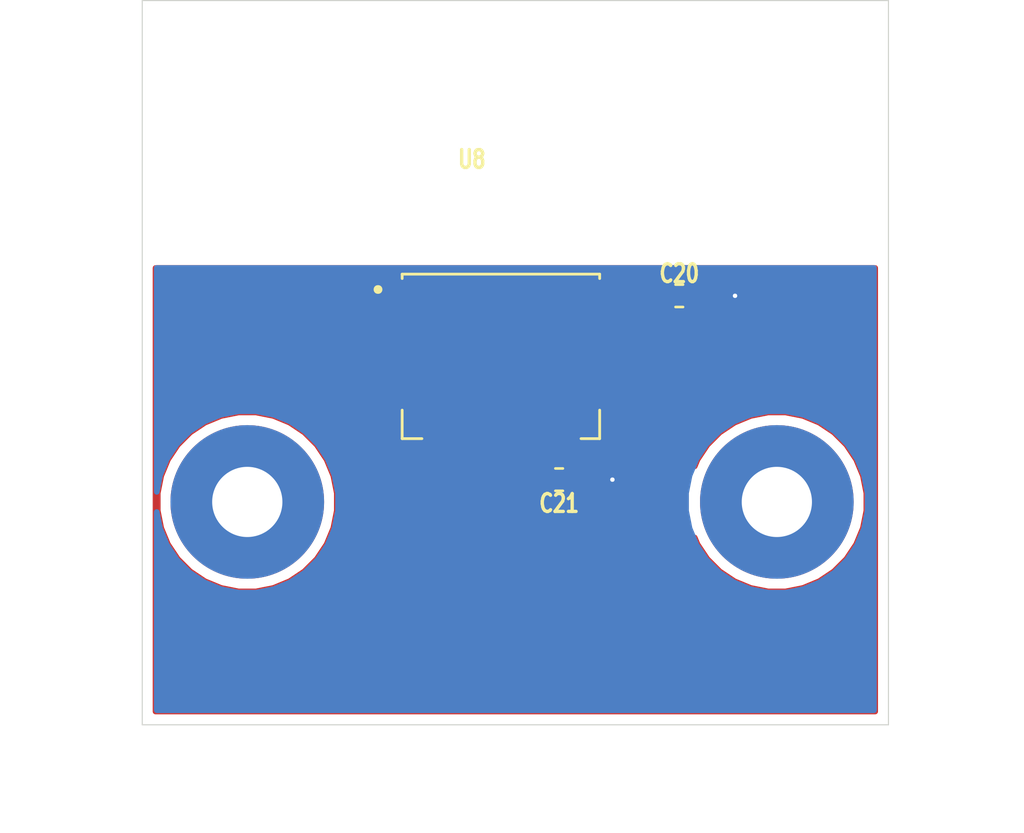
<source format=kicad_pcb>
(kicad_pcb (version 20171130) (host pcbnew "(5.1.6)-1")

  (general
    (thickness 1.6)
    (drawings 4)
    (tracks 29)
    (zones 0)
    (modules 6)
    (nets 14)
  )

  (page A4)
  (layers
    (0 F.Cu signal)
    (1 In1.Cu signal)
    (2 In2.Cu signal)
    (31 B.Cu signal)
    (32 B.Adhes user)
    (33 F.Adhes user)
    (34 B.Paste user)
    (35 F.Paste user)
    (36 B.SilkS user)
    (37 F.SilkS user)
    (38 B.Mask user)
    (39 F.Mask user)
    (40 Dwgs.User user)
    (41 Cmts.User user)
    (42 Eco1.User user)
    (43 Eco2.User user)
    (44 Edge.Cuts user)
    (45 Margin user)
    (46 B.CrtYd user)
    (47 F.CrtYd user)
    (48 B.Fab user)
    (49 F.Fab user)
  )

  (setup
    (last_trace_width 0.1016)
    (user_trace_width 0.1016)
    (user_trace_width 0.254)
    (user_trace_width 0.29337)
    (user_trace_width 0.635)
    (user_trace_width 1.27)
    (trace_clearance 0.1016)
    (zone_clearance 0.508)
    (zone_45_only no)
    (trace_min 0.0889)
    (via_size 0.45)
    (via_drill 0.2)
    (via_min_size 0.44)
    (via_min_drill 0.2)
    (user_via 1 0.5)
    (uvia_size 0.45)
    (uvia_drill 0.1)
    (uvias_allowed no)
    (uvia_min_size 0.2)
    (uvia_min_drill 0.1)
    (edge_width 0.05)
    (segment_width 0.2)
    (pcb_text_width 0.3)
    (pcb_text_size 1.5 1.5)
    (mod_edge_width 0.12)
    (mod_text_size 1 1)
    (mod_text_width 0.15)
    (pad_size 7 7)
    (pad_drill 3.2)
    (pad_to_mask_clearance 0.051)
    (solder_mask_min_width 0.25)
    (aux_axis_origin 0 0)
    (visible_elements 7FFFFFFF)
    (pcbplotparams
      (layerselection 0x010fc_ffffffff)
      (usegerberextensions false)
      (usegerberattributes false)
      (usegerberadvancedattributes false)
      (creategerberjobfile false)
      (excludeedgelayer true)
      (linewidth 0.100000)
      (plotframeref false)
      (viasonmask false)
      (mode 1)
      (useauxorigin false)
      (hpglpennumber 1)
      (hpglpenspeed 20)
      (hpglpendiameter 15.000000)
      (psnegative false)
      (psa4output false)
      (plotreference true)
      (plotvalue true)
      (plotinvisibletext false)
      (padsonsilk false)
      (subtractmaskfromsilk false)
      (outputformat 1)
      (mirror false)
      (drillshape 0)
      (scaleselection 1)
      (outputdirectory "Gerbers/"))
  )

  (net 0 "")
  (net 1 GND)
  (net 2 +3V3)
  (net 3 "Net-(J1-Pad2)")
  (net 4 "Net-(U8-Pad15)")
  (net 5 "Net-(U8-Pad9)")
  (net 6 "Net-(U8-Pad6)")
  (net 7 "Net-(U8-Pad3)")
  (net 8 "Net-(J1-Pad1)")
  (net 9 "Net-(U8-Pad5)")
  (net 10 "Net-(U8-Pad4)")
  (net 11 "Net-(U8-Pad1)")
  (net 12 "Net-(U8-Pad12)")
  (net 13 "Net-(U8-Pad11)")

  (net_class Default "This is the default net class."
    (clearance 0.1016)
    (trace_width 0.1016)
    (via_dia 0.45)
    (via_drill 0.2)
    (uvia_dia 0.45)
    (uvia_drill 0.1)
    (add_net +3V3)
    (add_net GND)
    (add_net "Net-(J1-Pad1)")
    (add_net "Net-(J1-Pad2)")
    (add_net "Net-(U8-Pad1)")
    (add_net "Net-(U8-Pad11)")
    (add_net "Net-(U8-Pad12)")
    (add_net "Net-(U8-Pad15)")
    (add_net "Net-(U8-Pad3)")
    (add_net "Net-(U8-Pad4)")
    (add_net "Net-(U8-Pad5)")
    (add_net "Net-(U8-Pad6)")
    (add_net "Net-(U8-Pad9)")
  )

  (module Encoder:MountingHole_3.2mm_M3_Pad locked (layer F.Cu) (tedit 6088E5E5) (tstamp 606BE4B0)
    (at 145.415 99.822)
    (descr "Mounting Hole 3.2mm, M3")
    (tags "mounting hole 3.2mm m3")
    (attr virtual)
    (fp_text reference REF** (at 0 -4.2) (layer Dwgs.User)
      (effects (font (size 1 1) (thickness 0.15)))
    )
    (fp_text value MountingHole_3.2mm_M3_Pad (at 0 4.2) (layer F.Fab)
      (effects (font (size 1 1) (thickness 0.15)))
    )
    (fp_circle (center 0 0) (end 3.2 0) (layer Cmts.User) (width 0.15))
    (fp_circle (center 0 0) (end 3.45 0) (layer F.CrtYd) (width 0.05))
    (fp_text user %R (at 0.3 0) (layer F.Fab)
      (effects (font (size 1 1) (thickness 0.15)))
    )
    (pad 1 thru_hole circle (at 0 0) (size 7 7) (drill 3.2) (layers *.Cu *.Mask))
  )

  (module Encoder:MountingHole_3.2mm_M3_Pad locked (layer F.Cu) (tedit 6088E5E0) (tstamp 606BE674)
    (at 121.285 99.822)
    (descr "Mounting Hole 3.2mm, M3")
    (tags "mounting hole 3.2mm m3")
    (attr virtual)
    (fp_text reference REF** (at 0 -4.2) (layer Dwgs.User)
      (effects (font (size 1 1) (thickness 0.15)))
    )
    (fp_text value MountingHole_3.2mm_M3_Pad (at 0 4.2) (layer F.Fab)
      (effects (font (size 1 1) (thickness 0.15)))
    )
    (fp_circle (center 0 0) (end 3.2 0) (layer Cmts.User) (width 0.15))
    (fp_circle (center 0 0) (end 3.45 0) (layer F.CrtYd) (width 0.05))
    (fp_text user %R (at 0.3 0) (layer F.Fab)
      (effects (font (size 1 1) (thickness 0.15)))
    )
    (pad 1 thru_hole circle (at 0 0) (size 7 7) (drill 3.2) (layers *.Cu *.Mask))
  )

  (module Encoder:C_0603_1608Metric_Pad1.05x0.95mm_HandSolder (layer F.Cu) (tedit 5F04D287) (tstamp 60894D68)
    (at 135.495 98.806)
    (descr "Capacitor SMD 0603 (1608 Metric), square (rectangular) end terminal, IPC_7351 nominal with elongated pad for handsoldering. (Body size source: http://www.tortai-tech.com/upload/download/2011102023233369053.pdf), generated with kicad-footprint-generator")
    (tags "capacitor handsolder")
    (path /60531985)
    (attr smd)
    (fp_text reference C21 (at 0 1.0795) (layer F.SilkS)
      (effects (font (size 0.8128 0.6096) (thickness 0.1524)))
    )
    (fp_text value 1uF (at 2.794 -0.0635) (layer F.Fab)
      (effects (font (size 1 1) (thickness 0.15)))
    )
    (fp_line (start -0.8 0.4) (end -0.8 -0.4) (layer F.Fab) (width 0.1))
    (fp_line (start -0.8 -0.4) (end 0.8 -0.4) (layer F.Fab) (width 0.1))
    (fp_line (start 0.8 -0.4) (end 0.8 0.4) (layer F.Fab) (width 0.1))
    (fp_line (start 0.8 0.4) (end -0.8 0.4) (layer F.Fab) (width 0.1))
    (fp_line (start -0.171267 -0.51) (end 0.171267 -0.51) (layer F.SilkS) (width 0.12))
    (fp_line (start -0.171267 0.51) (end 0.171267 0.51) (layer F.SilkS) (width 0.12))
    (fp_line (start -1.65 0.73) (end -1.65 -0.73) (layer F.CrtYd) (width 0.05))
    (fp_line (start -1.65 -0.73) (end 1.65 -0.73) (layer F.CrtYd) (width 0.05))
    (fp_line (start 1.65 -0.73) (end 1.65 0.73) (layer F.CrtYd) (width 0.05))
    (fp_line (start 1.65 0.73) (end -1.65 0.73) (layer F.CrtYd) (width 0.05))
    (fp_text user %R (at 0 0) (layer F.Fab)
      (effects (font (size 0.4 0.4) (thickness 0.06)))
    )
    (pad 2 smd roundrect (at 0.875 0) (size 1.05 0.95) (layers F.Cu F.Paste F.Mask) (roundrect_rratio 0.25)
      (net 1 GND))
    (pad 1 smd roundrect (at -0.875 0) (size 1.05 0.95) (layers F.Cu F.Paste F.Mask) (roundrect_rratio 0.25)
      (net 2 +3V3))
    (model "${KIPRJMOD}/../FootPrints/3DModels/CapacitorsSMD/Ceramic CAP0603.stp"
      (at (xyz 0 0 0))
      (scale (xyz 1 1 1))
      (rotate (xyz 0 0 0))
    )
  )

  (module Encoder:SolderWirePad_1x04_SMD_5x10mm_copy (layer F.Cu) (tedit 6016288C) (tstamp 6052D124)
    (at 134.493 103.632)
    (descr "Wire Pad, Square, SMD Pad,  5mm x 10mm,")
    (tags "MesurementPoint Square SMDPad 5mmx10mm ")
    (path /6053225A)
    (attr smd virtual)
    (fp_text reference J1 (at 0 0.2032) (layer Dwgs.User)
      (effects (font (size 1 1) (thickness 0.15)))
    )
    (fp_text value Conn_01x04_Male (at -0.01016 2.84226) (layer F.Fab)
      (effects (font (size 1 1) (thickness 0.15)))
    )
    (pad 1 smd rect (at -3.6 0) (size 1.8 2.5) (layers F.Cu F.Paste F.Mask)
      (net 8 "Net-(J1-Pad1)"))
    (pad 3 smd rect (at 1.2 0) (size 1.8 2.5) (layers F.Cu F.Paste F.Mask)
      (net 1 GND))
    (pad 2 smd rect (at -1.2 0) (size 1.8 2.5) (layers F.Cu F.Paste F.Mask)
      (net 3 "Net-(J1-Pad2)"))
    (pad 4 smd rect (at 3.6 0) (size 1.8 2.5) (layers F.Cu F.Paste F.Mask)
      (net 2 +3V3))
  )

  (module Encoder:C_0603_1608Metric_Pad1.05x0.95mm_HandSolder (layer F.Cu) (tedit 6079DB83) (tstamp 60894E0C)
    (at 140.97 90.424)
    (descr "Capacitor SMD 0603 (1608 Metric), square (rectangular) end terminal, IPC_7351 nominal with elongated pad for handsoldering. (Body size source: http://www.tortai-tech.com/upload/download/2011102023233369053.pdf), generated with kicad-footprint-generator")
    (tags "capacitor handsolder")
    (path /60899ED6)
    (attr smd)
    (fp_text reference C20 (at 0 -1.016) (layer F.SilkS)
      (effects (font (size 0.8128 0.6096) (thickness 0.1524)))
    )
    (fp_text value 10uF (at 0 1.43) (layer F.Fab)
      (effects (font (size 1 1) (thickness 0.15)))
    )
    (fp_line (start -0.8 0.4) (end -0.8 -0.4) (layer F.Fab) (width 0.1))
    (fp_line (start -0.8 -0.4) (end 0.8 -0.4) (layer F.Fab) (width 0.1))
    (fp_line (start 0.8 -0.4) (end 0.8 0.4) (layer F.Fab) (width 0.1))
    (fp_line (start 0.8 0.4) (end -0.8 0.4) (layer F.Fab) (width 0.1))
    (fp_line (start -0.171267 -0.51) (end 0.171267 -0.51) (layer F.SilkS) (width 0.12))
    (fp_line (start -0.171267 0.51) (end 0.171267 0.51) (layer F.SilkS) (width 0.12))
    (fp_line (start -1.65 0.73) (end -1.65 -0.73) (layer F.CrtYd) (width 0.05))
    (fp_line (start -1.65 -0.73) (end 1.65 -0.73) (layer F.CrtYd) (width 0.05))
    (fp_line (start 1.65 -0.73) (end 1.65 0.73) (layer F.CrtYd) (width 0.05))
    (fp_line (start 1.65 0.73) (end -1.65 0.73) (layer F.CrtYd) (width 0.05))
    (fp_text user %R (at 0 0) (layer F.Fab)
      (effects (font (size 0.4 0.4) (thickness 0.06)))
    )
    (pad 1 smd roundrect (at -0.875 0) (size 1.05 0.95) (layers F.Cu F.Paste F.Mask) (roundrect_rratio 0.25)
      (net 2 +3V3))
    (pad 2 smd roundrect (at 0.875 0) (size 1.05 0.95) (layers F.Cu F.Paste F.Mask) (roundrect_rratio 0.25)
      (net 1 GND))
    (model "${KIPRJMOD}/../FootPrints/3DModels/CapacitorsSMD/Ceramic CAP0603.stp"
      (at (xyz 0 0 0))
      (scale (xyz 1 1 1))
      (rotate (xyz 0 0 0))
    )
  )

  (module Encoder:Bluetooth_Module_RN4871 (layer F.Cu) (tedit 6079DB65) (tstamp 60894914)
    (at 132.842 91.186)
    (path /608938A9)
    (fp_text reference U8 (at -1.325 -6.985) (layer F.SilkS)
      (effects (font (size 0.8128 0.6096) (thickness 0.1524)))
    )
    (fp_text value RN4871 (at 0 8.89) (layer F.Fab)
      (effects (font (size 1 1) (thickness 0.015)))
    )
    (fp_line (start -0.2 4.25) (end 3.5 4.25) (layer Dwgs.User) (width 0.01))
    (fp_line (start -4.5 5.75) (end 4.5 5.75) (layer F.Fab) (width 0.127))
    (fp_line (start 4.5 5.75) (end 4.5 -1.75) (layer F.Fab) (width 0.127))
    (fp_line (start 4.5 -1.75) (end 4.5 -5.75) (layer F.Fab) (width 0.127))
    (fp_line (start 4.5 -5.75) (end -4.5 -5.75) (layer F.Fab) (width 0.127))
    (fp_line (start -4.5 -5.75) (end -4.5 -1.75) (layer F.Fab) (width 0.127))
    (fp_line (start -4.5 -1.75) (end -4.5 5.75) (layer F.Fab) (width 0.127))
    (fp_line (start -4.5 -1.75) (end 4.5 -1.75) (layer F.Fab) (width 0.127))
    (fp_poly (pts (xy -3.5 -1.75) (xy -1.5 -1.75) (xy -1.5 1.15) (xy -3.5 1.15)) (layer Dwgs.User) (width 0.01))
    (fp_poly (pts (xy -0.2 -1.3) (xy 3.5 -1.3) (xy 3.5 4.2) (xy -0.2 4.2)) (layer Dwgs.User) (width 0.01))
    (fp_poly (pts (xy -3.5 -1.75) (xy -1.5 -1.75) (xy -1.5 1.15) (xy -3.5 1.15)) (layer Dwgs.User) (width 0.01))
    (fp_poly (pts (xy -0.2 -1.3) (xy 3.5 -1.3) (xy 3.5 4.2) (xy -0.2 4.2)) (layer Dwgs.User) (width 0.01))
    (fp_line (start -4.5 4.45) (end -4.5 5.75) (layer F.SilkS) (width 0.127))
    (fp_line (start -4.5 5.75) (end -3.6 5.75) (layer F.SilkS) (width 0.127))
    (fp_line (start 3.65 5.75) (end 4.5 5.75) (layer F.SilkS) (width 0.127))
    (fp_line (start 4.5 5.75) (end 4.5 4.45) (layer F.SilkS) (width 0.127))
    (fp_line (start 4.5 -1.55) (end 4.5 -1.75) (layer F.SilkS) (width 0.127))
    (fp_line (start 4.5 -1.75) (end -4.5 -1.75) (layer F.SilkS) (width 0.127))
    (fp_line (start -4.5 -1.75) (end -4.5 -1.55) (layer F.SilkS) (width 0.127))
    (fp_circle (center -5.6 -1.05) (end -5.5 -1.05) (layer F.SilkS) (width 0.2))
    (fp_circle (center -5.6 -1.05) (end -5.5 -1.05) (layer F.Fab) (width 0.2))
    (fp_line (start -5.25 -6) (end 5.25 -6) (layer F.CrtYd) (width 0.05))
    (fp_line (start 5.25 -6) (end 5.25 6.5) (layer F.CrtYd) (width 0.05))
    (fp_line (start 5.25 6.5) (end -5.25 6.5) (layer F.CrtYd) (width 0.05))
    (fp_line (start -5.25 6.5) (end -5.25 -6) (layer F.CrtYd) (width 0.05))
    (pad 5 smd rect (at -4.25 3.85) (size 1.5 0.7) (layers F.Cu F.Paste F.Mask)
      (net 9 "Net-(U8-Pad5)"))
    (pad 4 smd rect (at -4.25 2.65) (size 1.5 0.7) (layers F.Cu F.Paste F.Mask)
      (net 10 "Net-(U8-Pad4)"))
    (pad 3 smd rect (at -4.25 1.45) (size 1.5 0.7) (layers F.Cu F.Paste F.Mask)
      (net 7 "Net-(U8-Pad3)"))
    (pad 2 smd rect (at -4.25 0.25) (size 1.5 0.7) (layers F.Cu F.Paste F.Mask)
      (net 1 GND))
    (pad 1 smd rect (at -4.25 -0.95) (size 1.5 0.7) (layers F.Cu F.Paste F.Mask)
      (net 11 "Net-(U8-Pad1)"))
    (pad 12 smd rect (at 4.25 3.85) (size 1.5 0.7) (layers F.Cu F.Paste F.Mask)
      (net 12 "Net-(U8-Pad12)"))
    (pad 13 smd rect (at 4.25 2.65) (size 1.5 0.7) (layers F.Cu F.Paste F.Mask)
      (net 1 GND))
    (pad 14 smd rect (at 4.25 1.45) (size 1.5 0.7) (layers F.Cu F.Paste F.Mask)
      (net 2 +3V3))
    (pad 15 smd rect (at 4.25 0.25) (size 1.5 0.7) (layers F.Cu F.Paste F.Mask)
      (net 4 "Net-(U8-Pad15)"))
    (pad 16 smd rect (at 4.25 -0.95) (size 1.5 0.7) (layers F.Cu F.Paste F.Mask)
      (net 2 +3V3))
    (pad 6 smd rect (at -3 5.5) (size 0.7 1.5) (layers F.Cu F.Paste F.Mask)
      (net 6 "Net-(U8-Pad6)"))
    (pad 7 smd rect (at -1.8 5.5) (size 0.7 1.5) (layers F.Cu F.Paste F.Mask)
      (net 8 "Net-(J1-Pad1)"))
    (pad 8 smd rect (at -0.6 5.5) (size 0.7 1.5) (layers F.Cu F.Paste F.Mask)
      (net 3 "Net-(J1-Pad2)"))
    (pad 9 smd rect (at 0.6 5.5) (size 0.7 1.5) (layers F.Cu F.Paste F.Mask)
      (net 5 "Net-(U8-Pad9)"))
    (pad 10 smd rect (at 1.8 5.5) (size 0.7 1.5) (layers F.Cu F.Paste F.Mask)
      (net 2 +3V3))
    (pad 11 smd rect (at 3 5.5) (size 0.7 1.5) (layers F.Cu F.Paste F.Mask)
      (net 13 "Net-(U8-Pad11)"))
    (model ${KIPRJMOD}/../FootPrints/3DModels/Bluetooth/RN4871.step
      (offset (xyz 0 0 0.5))
      (scale (xyz 1 1 1))
      (rotate (xyz 0 -180 0))
    )
  )

  (gr_line (start 116.5 109.982) (end 116.5 76.962) (layer Edge.Cuts) (width 0.05) (tstamp 6065AB84))
  (gr_line (start 150.5 109.982) (end 116.5 109.982) (layer Edge.Cuts) (width 0.05))
  (gr_line (start 150.5 76.962) (end 150.5 109.982) (layer Edge.Cuts) (width 0.05))
  (gr_line (start 116.5 76.962) (end 150.5 76.962) (layer Edge.Cuts) (width 0.05))

  (segment (start 136.37 98.806) (end 137.922 98.806) (width 0.254) (layer F.Cu) (net 1))
  (via (at 137.922 98.806) (size 0.45) (drill 0.2) (layers F.Cu B.Cu) (net 1))
  (segment (start 141.845 90.424) (end 143.51 90.424) (width 0.254) (layer F.Cu) (net 1))
  (via (at 143.51 90.424) (size 0.45) (drill 0.2) (layers F.Cu B.Cu) (net 1))
  (segment (start 134.62 96.708) (end 134.642 96.686) (width 0.254) (layer F.Cu) (net 2))
  (segment (start 134.62 98.806) (end 134.62 96.708) (width 0.254) (layer F.Cu) (net 2))
  (segment (start 137.092 90.236) (end 138.496 90.236) (width 0.254) (layer F.Cu) (net 2))
  (segment (start 138.496 90.236) (end 138.684 90.424) (width 0.254) (layer F.Cu) (net 2))
  (segment (start 138.093 103.632) (end 138.093 101.517) (width 1.27) (layer F.Cu) (net 2))
  (segment (start 138.093 101.517) (end 137.414 100.838) (width 1.27) (layer F.Cu) (net 2))
  (segment (start 137.414 100.838) (end 135.636 100.838) (width 1.27) (layer F.Cu) (net 2))
  (segment (start 134.62 99.822) (end 134.62 98.806) (width 1.27) (layer F.Cu) (net 2))
  (segment (start 135.636 100.838) (end 134.62 99.822) (width 1.27) (layer F.Cu) (net 2))
  (segment (start 138.093 103.632) (end 139.446 103.632) (width 1.27) (layer F.Cu) (net 2))
  (segment (start 139.446 103.632) (end 140.462 102.616) (width 1.27) (layer F.Cu) (net 2))
  (segment (start 140.462 90.791) (end 140.095 90.424) (width 1.27) (layer F.Cu) (net 2))
  (segment (start 140.462 102.616) (end 140.462 90.791) (width 1.27) (layer F.Cu) (net 2))
  (segment (start 139.192 90.424) (end 138.684 90.932) (width 0.29337) (layer F.Cu) (net 2))
  (segment (start 139.192 90.424) (end 140.095 90.424) (width 0.254) (layer F.Cu) (net 2))
  (segment (start 138.684 90.424) (end 139.192 90.424) (width 0.254) (layer F.Cu) (net 2))
  (segment (start 138.684 90.932) (end 138.684 91.948) (width 0.29337) (layer F.Cu) (net 2))
  (segment (start 137.996 92.636) (end 137.092 92.636) (width 0.29337) (layer F.Cu) (net 2))
  (segment (start 138.684 91.948) (end 137.996 92.636) (width 0.29337) (layer F.Cu) (net 2))
  (segment (start 133.293 103.632) (end 133.293 100.019) (width 0.254) (layer F.Cu) (net 3))
  (segment (start 132.242 98.968) (end 132.242 96.686) (width 0.254) (layer F.Cu) (net 3))
  (segment (start 133.293 100.019) (end 132.242 98.968) (width 0.254) (layer F.Cu) (net 3))
  (segment (start 131.042 96.686) (end 131.042 101.368) (width 0.254) (layer F.Cu) (net 8))
  (segment (start 130.893 101.517) (end 130.893 103.632) (width 0.254) (layer F.Cu) (net 8))
  (segment (start 131.042 101.368) (end 130.893 101.517) (width 0.254) (layer F.Cu) (net 8))

  (zone (net 1) (net_name GND) (layer F.Cu) (tstamp 0) (hatch edge 0.508)
    (connect_pads (clearance 0.45))
    (min_thickness 0.254)
    (fill yes (arc_segments 32) (thermal_gap 0.508) (thermal_bridge_width 0.508))
    (polygon
      (pts
        (xy 153.035 114.935) (xy 114.935 114.935) (xy 114.935 89.027) (xy 153.035 89.027)
      )
    )
    (filled_polygon
      (pts
        (xy 149.898001 109.38) (xy 117.102 109.38) (xy 117.102 99.420451) (xy 117.208 99.420451) (xy 117.208 100.223549)
        (xy 117.364677 101.011217) (xy 117.672009 101.753184) (xy 118.118187 102.420936) (xy 118.686064 102.988813) (xy 119.353816 103.434991)
        (xy 120.095783 103.742323) (xy 120.883451 103.899) (xy 121.686549 103.899) (xy 122.474217 103.742323) (xy 123.216184 103.434991)
        (xy 123.883936 102.988813) (xy 124.451813 102.420936) (xy 124.897991 101.753184) (xy 125.205323 101.011217) (xy 125.362 100.223549)
        (xy 125.362 99.420451) (xy 125.205323 98.632783) (xy 124.897991 97.890816) (xy 124.451813 97.223064) (xy 123.883936 96.655187)
        (xy 123.216184 96.209009) (xy 122.474217 95.901677) (xy 121.686549 95.745) (xy 120.883451 95.745) (xy 120.095783 95.901677)
        (xy 119.353816 96.209009) (xy 118.686064 96.655187) (xy 118.118187 97.223064) (xy 117.672009 97.890816) (xy 117.364677 98.632783)
        (xy 117.208 99.420451) (xy 117.102 99.420451) (xy 117.102 91.786) (xy 127.203928 91.786) (xy 127.216188 91.910482)
        (xy 127.252498 92.03018) (xy 127.293418 92.106734) (xy 127.27335 92.172888) (xy 127.262209 92.286) (xy 127.262209 92.986)
        (xy 127.27335 93.099112) (xy 127.306343 93.207876) (xy 127.321375 93.236) (xy 127.306343 93.264124) (xy 127.27335 93.372888)
        (xy 127.262209 93.486) (xy 127.262209 94.186) (xy 127.27335 94.299112) (xy 127.306343 94.407876) (xy 127.321375 94.436)
        (xy 127.306343 94.464124) (xy 127.27335 94.572888) (xy 127.262209 94.686) (xy 127.262209 95.386) (xy 127.27335 95.499112)
        (xy 127.306343 95.607876) (xy 127.359921 95.708115) (xy 127.432026 95.795974) (xy 127.519885 95.868079) (xy 127.620124 95.921657)
        (xy 127.728888 95.95465) (xy 127.842 95.965791) (xy 128.912209 95.965791) (xy 128.912209 97.436) (xy 128.92335 97.549112)
        (xy 128.956343 97.657876) (xy 129.009921 97.758115) (xy 129.082026 97.845974) (xy 129.169885 97.918079) (xy 129.270124 97.971657)
        (xy 129.378888 98.00465) (xy 129.492 98.015791) (xy 130.192 98.015791) (xy 130.305112 98.00465) (xy 130.338 97.994674)
        (xy 130.338001 101.083547) (xy 130.304813 101.123987) (xy 130.248152 101.229992) (xy 130.239442 101.246288) (xy 130.199187 101.378992)
        (xy 130.185594 101.517) (xy 130.189 101.551581) (xy 130.189 101.802209) (xy 129.993 101.802209) (xy 129.879888 101.81335)
        (xy 129.771124 101.846343) (xy 129.670885 101.899921) (xy 129.583026 101.972026) (xy 129.510921 102.059885) (xy 129.457343 102.160124)
        (xy 129.42435 102.268888) (xy 129.413209 102.382) (xy 129.413209 104.882) (xy 129.42435 104.995112) (xy 129.457343 105.103876)
        (xy 129.510921 105.204115) (xy 129.583026 105.291974) (xy 129.670885 105.364079) (xy 129.771124 105.417657) (xy 129.879888 105.45065)
        (xy 129.993 105.461791) (xy 131.793 105.461791) (xy 131.906112 105.45065) (xy 132.014876 105.417657) (xy 132.093 105.3759)
        (xy 132.171124 105.417657) (xy 132.279888 105.45065) (xy 132.393 105.461791) (xy 134.193 105.461791) (xy 134.306112 105.45065)
        (xy 134.414876 105.417657) (xy 134.432964 105.407989) (xy 134.438506 105.412537) (xy 134.54882 105.471502) (xy 134.668518 105.507812)
        (xy 134.793 105.520072) (xy 135.40725 105.517) (xy 135.566 105.35825) (xy 135.566 103.759) (xy 135.546 103.759)
        (xy 135.546 103.505) (xy 135.566 103.505) (xy 135.566 103.485) (xy 135.82 103.485) (xy 135.82 103.505)
        (xy 135.84 103.505) (xy 135.84 103.759) (xy 135.82 103.759) (xy 135.82 105.35825) (xy 135.97875 105.517)
        (xy 136.593 105.520072) (xy 136.717482 105.507812) (xy 136.83718 105.471502) (xy 136.947494 105.412537) (xy 136.953036 105.407989)
        (xy 136.971124 105.417657) (xy 137.079888 105.45065) (xy 137.193 105.461791) (xy 138.993 105.461791) (xy 139.106112 105.45065)
        (xy 139.214876 105.417657) (xy 139.315115 105.364079) (xy 139.402974 105.291974) (xy 139.475079 105.204115) (xy 139.528657 105.103876)
        (xy 139.56165 104.995112) (xy 139.572791 104.882) (xy 139.572791 104.837376) (xy 139.683593 104.826463) (xy 139.912056 104.75716)
        (xy 140.122609 104.644617) (xy 140.30716 104.49316) (xy 140.345118 104.446908) (xy 141.276914 103.515113) (xy 141.32316 103.47716)
        (xy 141.474617 103.292609) (xy 141.58716 103.082056) (xy 141.656463 102.853593) (xy 141.674 102.675538) (xy 141.674 102.675537)
        (xy 141.679864 102.616) (xy 141.674 102.556462) (xy 141.674 101.444142) (xy 141.802009 101.753184) (xy 142.248187 102.420936)
        (xy 142.816064 102.988813) (xy 143.483816 103.434991) (xy 144.225783 103.742323) (xy 145.013451 103.899) (xy 145.816549 103.899)
        (xy 146.604217 103.742323) (xy 147.346184 103.434991) (xy 148.013936 102.988813) (xy 148.581813 102.420936) (xy 149.027991 101.753184)
        (xy 149.335323 101.011217) (xy 149.492 100.223549) (xy 149.492 99.420451) (xy 149.335323 98.632783) (xy 149.027991 97.890816)
        (xy 148.581813 97.223064) (xy 148.013936 96.655187) (xy 147.346184 96.209009) (xy 146.604217 95.901677) (xy 145.816549 95.745)
        (xy 145.013451 95.745) (xy 144.225783 95.901677) (xy 143.483816 96.209009) (xy 142.816064 96.655187) (xy 142.248187 97.223064)
        (xy 141.802009 97.890816) (xy 141.674 98.199858) (xy 141.674 91.41925) (xy 141.718 91.37525) (xy 141.718 90.551)
        (xy 141.972 90.551) (xy 141.972 91.37525) (xy 142.13075 91.534) (xy 142.37 91.537072) (xy 142.494482 91.524812)
        (xy 142.61418 91.488502) (xy 142.724494 91.429537) (xy 142.821185 91.350185) (xy 142.900537 91.253494) (xy 142.959502 91.14318)
        (xy 142.995812 91.023482) (xy 143.008072 90.899) (xy 143.005 90.70975) (xy 142.84625 90.551) (xy 141.972 90.551)
        (xy 141.718 90.551) (xy 141.698 90.551) (xy 141.698 90.297) (xy 141.718 90.297) (xy 141.718 89.47275)
        (xy 141.972 89.47275) (xy 141.972 90.297) (xy 142.84625 90.297) (xy 143.005 90.13825) (xy 143.008072 89.949)
        (xy 142.995812 89.824518) (xy 142.959502 89.70482) (xy 142.900537 89.594506) (xy 142.821185 89.497815) (xy 142.724494 89.418463)
        (xy 142.61418 89.359498) (xy 142.494482 89.323188) (xy 142.37 89.310928) (xy 142.13075 89.314) (xy 141.972 89.47275)
        (xy 141.718 89.47275) (xy 141.55925 89.314) (xy 141.32 89.310928) (xy 141.195518 89.323188) (xy 141.07582 89.359498)
        (xy 140.965506 89.418463) (xy 140.87287 89.494487) (xy 140.771609 89.411384) (xy 140.561056 89.298841) (xy 140.332593 89.229537)
        (xy 140.095 89.206136) (xy 139.857407 89.229537) (xy 139.628944 89.298841) (xy 139.418391 89.411384) (xy 139.233841 89.562841)
        (xy 139.117902 89.704113) (xy 139.050132 89.710787) (xy 139.019762 89.72) (xy 138.976974 89.72) (xy 138.889014 89.647813)
        (xy 138.766713 89.582442) (xy 138.634008 89.542187) (xy 138.530581 89.532) (xy 138.496 89.528594) (xy 138.461419 89.532)
        (xy 138.297911 89.532) (xy 138.251974 89.476026) (xy 138.164115 89.403921) (xy 138.063876 89.350343) (xy 137.955112 89.31735)
        (xy 137.842 89.306209) (xy 136.342 89.306209) (xy 136.228888 89.31735) (xy 136.120124 89.350343) (xy 136.019885 89.403921)
        (xy 135.932026 89.476026) (xy 135.859921 89.563885) (xy 135.806343 89.664124) (xy 135.77335 89.772888) (xy 135.762209 89.886)
        (xy 135.762209 90.586) (xy 135.77335 90.699112) (xy 135.806343 90.807876) (xy 135.821375 90.836) (xy 135.806343 90.864124)
        (xy 135.77335 90.972888) (xy 135.762209 91.086) (xy 135.762209 91.786) (xy 135.77335 91.899112) (xy 135.806343 92.007876)
        (xy 135.821375 92.036) (xy 135.806343 92.064124) (xy 135.77335 92.172888) (xy 135.762209 92.286) (xy 135.762209 92.986)
        (xy 135.77335 93.099112) (xy 135.793418 93.165266) (xy 135.752498 93.24182) (xy 135.716188 93.361518) (xy 135.703928 93.486)
        (xy 135.707 93.55025) (xy 135.86575 93.709) (xy 136.965 93.709) (xy 136.965 93.689) (xy 137.219 93.689)
        (xy 137.219 93.709) (xy 138.31825 93.709) (xy 138.477 93.55025) (xy 138.480072 93.486) (xy 138.467812 93.361518)
        (xy 138.431502 93.24182) (xy 138.421457 93.223027) (xy 138.510198 93.150198) (xy 138.532861 93.122583) (xy 139.170588 92.484857)
        (xy 139.198198 92.462198) (xy 139.250001 92.399076) (xy 139.25 101.155908) (xy 139.225637 101.075593) (xy 139.21816 101.050944)
        (xy 139.105617 100.840391) (xy 138.95416 100.65584) (xy 138.907908 100.617882) (xy 138.313118 100.023092) (xy 138.27516 99.97684)
        (xy 138.090609 99.825383) (xy 137.880056 99.71284) (xy 137.651593 99.643537) (xy 137.473538 99.626) (xy 137.432759 99.621984)
        (xy 137.484502 99.52518) (xy 137.520812 99.405482) (xy 137.533072 99.281) (xy 137.53 99.09175) (xy 137.37125 98.933)
        (xy 136.497 98.933) (xy 136.497 98.953) (xy 136.243 98.953) (xy 136.243 98.933) (xy 136.223 98.933)
        (xy 136.223 98.679) (xy 136.243 98.679) (xy 136.243 98.659) (xy 136.497 98.659) (xy 136.497 98.679)
        (xy 137.37125 98.679) (xy 137.53 98.52025) (xy 137.533072 98.331) (xy 137.520812 98.206518) (xy 137.484502 98.08682)
        (xy 137.425537 97.976506) (xy 137.346185 97.879815) (xy 137.249494 97.800463) (xy 137.13918 97.741498) (xy 137.019482 97.705188)
        (xy 136.895 97.692928) (xy 136.707636 97.695334) (xy 136.727657 97.657876) (xy 136.76065 97.549112) (xy 136.771791 97.436)
        (xy 136.771791 95.965791) (xy 137.842 95.965791) (xy 137.955112 95.95465) (xy 138.063876 95.921657) (xy 138.164115 95.868079)
        (xy 138.251974 95.795974) (xy 138.324079 95.708115) (xy 138.377657 95.607876) (xy 138.41065 95.499112) (xy 138.421791 95.386)
        (xy 138.421791 94.686) (xy 138.41065 94.572888) (xy 138.390582 94.506734) (xy 138.431502 94.43018) (xy 138.467812 94.310482)
        (xy 138.480072 94.186) (xy 138.477 94.12175) (xy 138.31825 93.963) (xy 137.219 93.963) (xy 137.219 93.983)
        (xy 136.965 93.983) (xy 136.965 93.963) (xy 135.86575 93.963) (xy 135.707 94.12175) (xy 135.703928 94.186)
        (xy 135.716188 94.310482) (xy 135.752498 94.43018) (xy 135.793418 94.506734) (xy 135.77335 94.572888) (xy 135.762209 94.686)
        (xy 135.762209 95.356209) (xy 135.492 95.356209) (xy 135.378888 95.36735) (xy 135.270124 95.400343) (xy 135.242 95.415375)
        (xy 135.213876 95.400343) (xy 135.105112 95.36735) (xy 134.992 95.356209) (xy 134.292 95.356209) (xy 134.178888 95.36735)
        (xy 134.070124 95.400343) (xy 134.042 95.415375) (xy 134.013876 95.400343) (xy 133.905112 95.36735) (xy 133.792 95.356209)
        (xy 133.092 95.356209) (xy 132.978888 95.36735) (xy 132.870124 95.400343) (xy 132.842 95.415375) (xy 132.813876 95.400343)
        (xy 132.705112 95.36735) (xy 132.592 95.356209) (xy 131.892 95.356209) (xy 131.778888 95.36735) (xy 131.670124 95.400343)
        (xy 131.642 95.415375) (xy 131.613876 95.400343) (xy 131.505112 95.36735) (xy 131.392 95.356209) (xy 130.692 95.356209)
        (xy 130.578888 95.36735) (xy 130.470124 95.400343) (xy 130.442 95.415375) (xy 130.413876 95.400343) (xy 130.305112 95.36735)
        (xy 130.192 95.356209) (xy 129.921791 95.356209) (xy 129.921791 94.686) (xy 129.91065 94.572888) (xy 129.877657 94.464124)
        (xy 129.862625 94.436) (xy 129.877657 94.407876) (xy 129.91065 94.299112) (xy 129.921791 94.186) (xy 129.921791 93.486)
        (xy 129.91065 93.372888) (xy 129.877657 93.264124) (xy 129.862625 93.236) (xy 129.877657 93.207876) (xy 129.91065 93.099112)
        (xy 129.921791 92.986) (xy 129.921791 92.286) (xy 129.91065 92.172888) (xy 129.890582 92.106734) (xy 129.931502 92.03018)
        (xy 129.967812 91.910482) (xy 129.980072 91.786) (xy 129.977 91.72175) (xy 129.81825 91.563) (xy 128.719 91.563)
        (xy 128.719 91.583) (xy 128.465 91.583) (xy 128.465 91.563) (xy 127.36575 91.563) (xy 127.207 91.72175)
        (xy 127.203928 91.786) (xy 117.102 91.786) (xy 117.102 91.086) (xy 127.203928 91.086) (xy 127.207 91.15025)
        (xy 127.36575 91.309) (xy 128.465 91.309) (xy 128.465 91.289) (xy 128.719 91.289) (xy 128.719 91.309)
        (xy 129.81825 91.309) (xy 129.977 91.15025) (xy 129.980072 91.086) (xy 129.967812 90.961518) (xy 129.931502 90.84182)
        (xy 129.890582 90.765266) (xy 129.91065 90.699112) (xy 129.921791 90.586) (xy 129.921791 89.886) (xy 129.91065 89.772888)
        (xy 129.877657 89.664124) (xy 129.824079 89.563885) (xy 129.751974 89.476026) (xy 129.664115 89.403921) (xy 129.563876 89.350343)
        (xy 129.455112 89.31735) (xy 129.342 89.306209) (xy 127.842 89.306209) (xy 127.728888 89.31735) (xy 127.620124 89.350343)
        (xy 127.519885 89.403921) (xy 127.432026 89.476026) (xy 127.359921 89.563885) (xy 127.306343 89.664124) (xy 127.27335 89.772888)
        (xy 127.262209 89.886) (xy 127.262209 90.586) (xy 127.27335 90.699112) (xy 127.293418 90.765266) (xy 127.252498 90.84182)
        (xy 127.216188 90.961518) (xy 127.203928 91.086) (xy 117.102 91.086) (xy 117.102 89.154) (xy 149.898 89.154)
      )
    )
  )
  (zone (net 1) (net_name GND) (layer B.Cu) (tstamp 60587131) (hatch edge 0.508)
    (connect_pads (clearance 0.508))
    (min_thickness 0.254)
    (fill yes (arc_segments 32) (thermal_gap 0.508) (thermal_bridge_width 0.508))
    (polygon
      (pts
        (xy 153.035 114.935) (xy 114.935 114.935) (xy 114.935 89.027) (xy 153.035 89.027)
      )
    )
    (filled_polygon
      (pts
        (xy 149.840001 109.322) (xy 117.16 109.322) (xy 117.16 100.279535) (xy 117.308906 101.028135) (xy 117.620611 101.780657)
        (xy 118.073136 102.457909) (xy 118.649091 103.033864) (xy 119.326343 103.486389) (xy 120.078865 103.798094) (xy 120.877738 103.957)
        (xy 121.692262 103.957) (xy 122.491135 103.798094) (xy 123.243657 103.486389) (xy 123.920909 103.033864) (xy 124.496864 102.457909)
        (xy 124.949389 101.780657) (xy 125.261094 101.028135) (xy 125.42 100.229262) (xy 125.42 99.414738) (xy 141.28 99.414738)
        (xy 141.28 100.229262) (xy 141.438906 101.028135) (xy 141.750611 101.780657) (xy 142.203136 102.457909) (xy 142.779091 103.033864)
        (xy 143.456343 103.486389) (xy 144.208865 103.798094) (xy 145.007738 103.957) (xy 145.822262 103.957) (xy 146.621135 103.798094)
        (xy 147.373657 103.486389) (xy 148.050909 103.033864) (xy 148.626864 102.457909) (xy 149.079389 101.780657) (xy 149.391094 101.028135)
        (xy 149.55 100.229262) (xy 149.55 99.414738) (xy 149.391094 98.615865) (xy 149.079389 97.863343) (xy 148.626864 97.186091)
        (xy 148.050909 96.610136) (xy 147.373657 96.157611) (xy 146.621135 95.845906) (xy 145.822262 95.687) (xy 145.007738 95.687)
        (xy 144.208865 95.845906) (xy 143.456343 96.157611) (xy 142.779091 96.610136) (xy 142.203136 97.186091) (xy 141.750611 97.863343)
        (xy 141.438906 98.615865) (xy 141.28 99.414738) (xy 125.42 99.414738) (xy 125.261094 98.615865) (xy 124.949389 97.863343)
        (xy 124.496864 97.186091) (xy 123.920909 96.610136) (xy 123.243657 96.157611) (xy 122.491135 95.845906) (xy 121.692262 95.687)
        (xy 120.877738 95.687) (xy 120.078865 95.845906) (xy 119.326343 96.157611) (xy 118.649091 96.610136) (xy 118.073136 97.186091)
        (xy 117.620611 97.863343) (xy 117.308906 98.615865) (xy 117.16 99.364465) (xy 117.16 89.154) (xy 149.84 89.154)
      )
    )
  )
)

</source>
